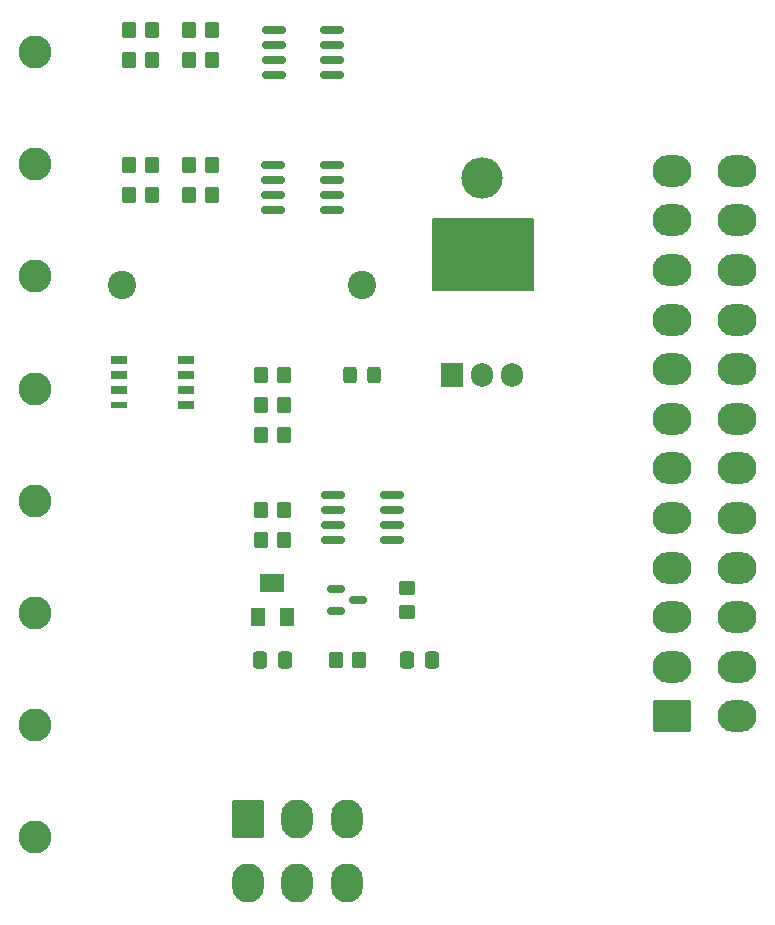
<source format=gbr>
%TF.GenerationSoftware,KiCad,Pcbnew,7.0.1*%
%TF.CreationDate,2024-01-01T19:45:24+00:00*%
%TF.ProjectId,PowerDelivery,506f7765-7244-4656-9c69-766572792e6b,rev?*%
%TF.SameCoordinates,Original*%
%TF.FileFunction,Soldermask,Top*%
%TF.FilePolarity,Negative*%
%FSLAX46Y46*%
G04 Gerber Fmt 4.6, Leading zero omitted, Abs format (unit mm)*
G04 Created by KiCad (PCBNEW 7.0.1) date 2024-01-01 19:45:24*
%MOMM*%
%LPD*%
G01*
G04 APERTURE LIST*
G04 Aperture macros list*
%AMRoundRect*
0 Rectangle with rounded corners*
0 $1 Rounding radius*
0 $2 $3 $4 $5 $6 $7 $8 $9 X,Y pos of 4 corners*
0 Add a 4 corners polygon primitive as box body*
4,1,4,$2,$3,$4,$5,$6,$7,$8,$9,$2,$3,0*
0 Add four circle primitives for the rounded corners*
1,1,$1+$1,$2,$3*
1,1,$1+$1,$4,$5*
1,1,$1+$1,$6,$7*
1,1,$1+$1,$8,$9*
0 Add four rect primitives between the rounded corners*
20,1,$1+$1,$2,$3,$4,$5,0*
20,1,$1+$1,$4,$5,$6,$7,0*
20,1,$1+$1,$6,$7,$8,$9,0*
20,1,$1+$1,$8,$9,$2,$3,0*%
G04 Aperture macros list end*
%ADD10C,0.150000*%
%ADD11RoundRect,0.250000X0.350000X0.450000X-0.350000X0.450000X-0.350000X-0.450000X0.350000X-0.450000X0*%
%ADD12RoundRect,0.250001X-1.099999X-1.399999X1.099999X-1.399999X1.099999X1.399999X-1.099999X1.399999X0*%
%ADD13O,2.700000X3.300000*%
%ADD14C,2.800000*%
%ADD15RoundRect,0.150000X-0.825000X-0.150000X0.825000X-0.150000X0.825000X0.150000X-0.825000X0.150000X0*%
%ADD16RoundRect,0.250000X0.325000X0.450000X-0.325000X0.450000X-0.325000X-0.450000X0.325000X-0.450000X0*%
%ADD17C,2.400000*%
%ADD18RoundRect,0.250000X-0.350000X-0.450000X0.350000X-0.450000X0.350000X0.450000X-0.350000X0.450000X0*%
%ADD19R,1.450000X0.650000*%
%ADD20R,1.450000X0.600000*%
%ADD21R,1.300000X1.600000*%
%ADD22R,2.000000X1.600000*%
%ADD23RoundRect,0.150000X-0.587500X-0.150000X0.587500X-0.150000X0.587500X0.150000X-0.587500X0.150000X0*%
%ADD24RoundRect,0.250000X0.337500X0.475000X-0.337500X0.475000X-0.337500X-0.475000X0.337500X-0.475000X0*%
%ADD25RoundRect,0.250000X-0.337500X-0.475000X0.337500X-0.475000X0.337500X0.475000X-0.337500X0.475000X0*%
%ADD26RoundRect,0.250001X1.399999X-1.099999X1.399999X1.099999X-1.399999X1.099999X-1.399999X-1.099999X0*%
%ADD27O,3.300000X2.700000*%
%ADD28O,3.500000X3.500000*%
%ADD29R,1.905000X2.000000*%
%ADD30O,1.905000X2.000000*%
%ADD31RoundRect,0.250000X-0.450000X0.350000X-0.450000X-0.350000X0.450000X-0.350000X0.450000X0.350000X0*%
G04 APERTURE END LIST*
D10*
X166000000Y-79500000D02*
X174500000Y-79500000D01*
X174500000Y-85500000D01*
X166000000Y-85500000D01*
X166000000Y-79500000D01*
G36*
X166000000Y-79500000D02*
G01*
X174500000Y-79500000D01*
X174500000Y-85500000D01*
X166000000Y-85500000D01*
X166000000Y-79500000D01*
G37*
D11*
%TO.C,R10*%
X153400000Y-92710000D03*
X151400000Y-92710000D03*
%TD*%
D12*
%TO.C,J1*%
X150300000Y-130250000D03*
D13*
X154500000Y-130250000D03*
X158700000Y-130250000D03*
X150300000Y-135750000D03*
X154500000Y-135750000D03*
X158700000Y-135750000D03*
%TD*%
D14*
%TO.C,J3*%
X132305000Y-65345000D03*
X132305000Y-74845000D03*
X132305000Y-84345000D03*
X132305000Y-93845000D03*
X132305000Y-103345000D03*
X132305000Y-112845000D03*
X132305000Y-122345000D03*
X132305000Y-131845000D03*
%TD*%
D15*
%TO.C,U1*%
X152530000Y-63500000D03*
X152530000Y-64770000D03*
X152530000Y-66040000D03*
X152530000Y-67310000D03*
X157480000Y-67310000D03*
X157480000Y-66040000D03*
X157480000Y-64770000D03*
X157480000Y-63500000D03*
%TD*%
D16*
%TO.C,D1*%
X161045000Y-92710000D03*
X158995000Y-92710000D03*
%TD*%
D17*
%TO.C,R6*%
X139700000Y-85090000D03*
X160020000Y-85090000D03*
%TD*%
D18*
%TO.C,R4*%
X145320000Y-77470000D03*
X147320000Y-77470000D03*
%TD*%
D19*
%TO.C,U3*%
X139415000Y-91440000D03*
X139415000Y-92710000D03*
X139415000Y-93980000D03*
D20*
X139415000Y-95250000D03*
D19*
X145065000Y-95250000D03*
X145065000Y-93980000D03*
X145065000Y-92710000D03*
X145065000Y-91440000D03*
%TD*%
D21*
%TO.C,RV1*%
X151150000Y-113210000D03*
D22*
X152400000Y-110310000D03*
D21*
X153650000Y-113210000D03*
%TD*%
D23*
%TO.C,Q1*%
X157812500Y-110810000D03*
X157812500Y-112710000D03*
X159687500Y-111760000D03*
%TD*%
D11*
%TO.C,R16*%
X159750000Y-116840000D03*
X157750000Y-116840000D03*
%TD*%
D24*
%TO.C,C1*%
X153437500Y-116840000D03*
X151362500Y-116840000D03*
%TD*%
D11*
%TO.C,R8*%
X142240000Y-66040000D03*
X140240000Y-66040000D03*
%TD*%
D25*
%TO.C,C2*%
X163830000Y-116840000D03*
X165905000Y-116840000D03*
%TD*%
D15*
%TO.C,U5*%
X157545000Y-102870000D03*
X157545000Y-104140000D03*
X157545000Y-105410000D03*
X157545000Y-106680000D03*
X162495000Y-106680000D03*
X162495000Y-105410000D03*
X162495000Y-104140000D03*
X162495000Y-102870000D03*
%TD*%
D11*
%TO.C,R14*%
X153400000Y-106680000D03*
X151400000Y-106680000D03*
%TD*%
D26*
%TO.C,J2*%
X186250000Y-121600000D03*
D27*
X186250000Y-117400000D03*
X186250000Y-113200000D03*
X186250000Y-109000000D03*
X186250000Y-104800000D03*
X186250000Y-100600000D03*
X186250000Y-96400000D03*
X186250000Y-92200000D03*
X186250000Y-88000000D03*
X186250000Y-83800000D03*
X186250000Y-79600000D03*
X186250000Y-75400000D03*
X191750000Y-121600000D03*
X191750000Y-117400000D03*
X191750000Y-113200000D03*
X191750000Y-109000000D03*
X191750000Y-104800000D03*
X191750000Y-100600000D03*
X191750000Y-96400000D03*
X191750000Y-92200000D03*
X191750000Y-88000000D03*
X191750000Y-83800000D03*
X191750000Y-79600000D03*
X191750000Y-75400000D03*
%TD*%
D11*
%TO.C,R9*%
X142240000Y-77470000D03*
X140240000Y-77470000D03*
%TD*%
D18*
%TO.C,R3*%
X145320000Y-66040000D03*
X147320000Y-66040000D03*
%TD*%
D28*
%TO.C,U4*%
X170180000Y-76050000D03*
D29*
X167640000Y-92710000D03*
D30*
X170180000Y-92710000D03*
X172720000Y-92710000D03*
%TD*%
D15*
%TO.C,U2*%
X152465000Y-74930000D03*
X152465000Y-76200000D03*
X152465000Y-77470000D03*
X152465000Y-78740000D03*
X157415000Y-78740000D03*
X157415000Y-77470000D03*
X157415000Y-76200000D03*
X157415000Y-74930000D03*
%TD*%
D18*
%TO.C,R12*%
X151400000Y-97790000D03*
X153400000Y-97790000D03*
%TD*%
%TO.C,R2*%
X145320000Y-74930000D03*
X147320000Y-74930000D03*
%TD*%
D11*
%TO.C,R11*%
X153400000Y-95250000D03*
X151400000Y-95250000D03*
%TD*%
D18*
%TO.C,R13*%
X151400000Y-104140000D03*
X153400000Y-104140000D03*
%TD*%
D31*
%TO.C,R15*%
X163830000Y-110760000D03*
X163830000Y-112760000D03*
%TD*%
D18*
%TO.C,R1*%
X145320000Y-63500000D03*
X147320000Y-63500000D03*
%TD*%
%TO.C,R5*%
X140240000Y-63500000D03*
X142240000Y-63500000D03*
%TD*%
%TO.C,R7*%
X140240000Y-74930000D03*
X142240000Y-74930000D03*
%TD*%
M02*

</source>
